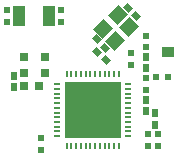
<source format=gtp>
%FSLAX24Y24*%
%MOIN*%
G70*
G01*
G75*
G04 Layer_Color=8421504*
%ADD10R,0.0394X0.0709*%
%ADD11R,0.0197X0.0236*%
%ADD12R,0.0315X0.0295*%
%ADD13R,0.0400X0.0370*%
%ADD14R,0.0197X0.0256*%
%ADD15R,0.0295X0.0315*%
G04:AMPARAMS|DCode=16|XSize=19.7mil|YSize=23.6mil|CornerRadius=0mil|HoleSize=0mil|Usage=FLASHONLY|Rotation=45.000|XOffset=0mil|YOffset=0mil|HoleType=Round|Shape=Rectangle|*
%AMROTATEDRECTD16*
4,1,4,0.0014,-0.0153,-0.0153,0.0014,-0.0014,0.0153,0.0153,-0.0014,0.0014,-0.0153,0.0*
%
%ADD16ROTATEDRECTD16*%

G04:AMPARAMS|DCode=17|XSize=47.2mil|YSize=43.3mil|CornerRadius=0mil|HoleSize=0mil|Usage=FLASHONLY|Rotation=225.000|XOffset=0mil|YOffset=0mil|HoleType=Round|Shape=Rectangle|*
%AMROTATEDRECTD17*
4,1,4,0.0014,0.0320,0.0320,0.0014,-0.0014,-0.0320,-0.0320,-0.0014,0.0014,0.0320,0.0*
%
%ADD17ROTATEDRECTD17*%

%ADD18O,0.0256X0.0079*%
%ADD19O,0.0079X0.0256*%
%ADD20R,0.1850X0.1850*%
%ADD21R,0.0236X0.0197*%
%ADD22C,0.0060*%
%ADD23C,0.0090*%
%ADD24C,0.0150*%
%ADD25C,0.0080*%
%ADD26C,0.0370*%
%ADD27C,0.0240*%
%ADD28C,0.0260*%
%ADD29C,0.0098*%
%ADD30C,0.0079*%
%ADD31C,0.0050*%
D10*
X-1458Y3140D02*
D03*
X-2442D02*
D03*
D11*
X-2850Y2943D02*
D03*
Y3337D02*
D03*
X-1050Y2943D02*
D03*
Y3337D02*
D03*
X1840Y-803D02*
D03*
Y-1197D02*
D03*
X-1720Y-923D02*
D03*
Y-1317D02*
D03*
X1290Y1523D02*
D03*
Y1917D02*
D03*
X1790Y2093D02*
D03*
Y2487D02*
D03*
X2170Y-803D02*
D03*
Y-1197D02*
D03*
X1790Y673D02*
D03*
Y1067D02*
D03*
D12*
X-1590Y1244D02*
D03*
Y1776D02*
D03*
X-2300Y1244D02*
D03*
Y1776D02*
D03*
D13*
X2510Y1924D02*
D03*
D14*
X-2640Y1147D02*
D03*
Y773D02*
D03*
X1790Y1393D02*
D03*
Y1767D02*
D03*
X2070Y-477D02*
D03*
Y-103D02*
D03*
X1790Y-27D02*
D03*
Y347D02*
D03*
D15*
X-1774Y800D02*
D03*
X-2306D02*
D03*
D16*
X1181Y3409D02*
D03*
X1459Y3131D02*
D03*
X429Y1661D02*
D03*
X151Y1939D02*
D03*
X409Y2081D02*
D03*
X131Y2359D02*
D03*
D17*
X1221Y2782D02*
D03*
X832Y3171D02*
D03*
X748Y2308D02*
D03*
X358Y2698D02*
D03*
D18*
X-1191Y866D02*
D03*
Y709D02*
D03*
Y551D02*
D03*
Y394D02*
D03*
Y236D02*
D03*
Y79D02*
D03*
Y-79D02*
D03*
Y-236D02*
D03*
Y-394D02*
D03*
Y-551D02*
D03*
Y-709D02*
D03*
Y-866D02*
D03*
X1191D02*
D03*
Y-709D02*
D03*
Y-551D02*
D03*
Y-394D02*
D03*
Y-236D02*
D03*
Y-79D02*
D03*
Y79D02*
D03*
Y236D02*
D03*
Y394D02*
D03*
Y551D02*
D03*
Y709D02*
D03*
Y866D02*
D03*
D19*
X-866Y-1191D02*
D03*
X-709D02*
D03*
X-551D02*
D03*
X-394D02*
D03*
X-236D02*
D03*
X-79D02*
D03*
X79D02*
D03*
X236D02*
D03*
X394D02*
D03*
X551D02*
D03*
X709D02*
D03*
X866D02*
D03*
Y1191D02*
D03*
X709D02*
D03*
X551D02*
D03*
X394D02*
D03*
X236D02*
D03*
X79D02*
D03*
X-79D02*
D03*
X-236D02*
D03*
X-394D02*
D03*
X-551D02*
D03*
X-709D02*
D03*
X-866D02*
D03*
D20*
X-0Y0D02*
D03*
D21*
X2103Y1090D02*
D03*
X2497D02*
D03*
M02*

</source>
